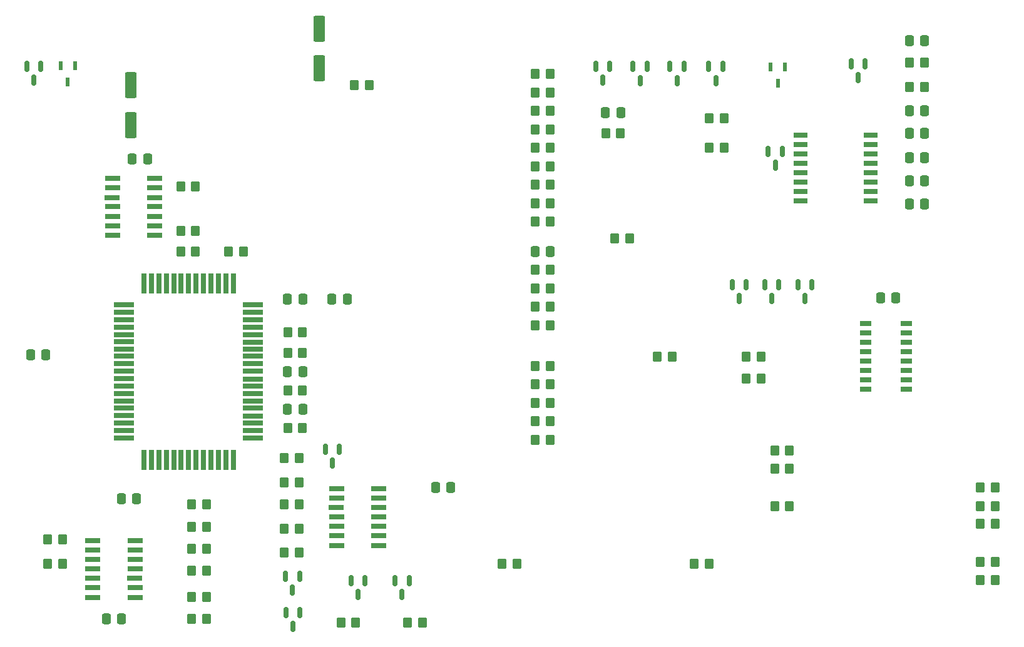
<source format=gbr>
%TF.GenerationSoftware,KiCad,Pcbnew,(6.0.2)*%
%TF.CreationDate,2022-06-17T14:25:20-05:00*%
%TF.ProjectId,Snap_Station,536e6170-5f53-4746-9174-696f6e2e6b69,rev?*%
%TF.SameCoordinates,Original*%
%TF.FileFunction,Paste,Top*%
%TF.FilePolarity,Positive*%
%FSLAX46Y46*%
G04 Gerber Fmt 4.6, Leading zero omitted, Abs format (unit mm)*
G04 Created by KiCad (PCBNEW (6.0.2)) date 2022-06-17 14:25:20*
%MOMM*%
%LPD*%
G01*
G04 APERTURE LIST*
G04 Aperture macros list*
%AMRoundRect*
0 Rectangle with rounded corners*
0 $1 Rounding radius*
0 $2 $3 $4 $5 $6 $7 $8 $9 X,Y pos of 4 corners*
0 Add a 4 corners polygon primitive as box body*
4,1,4,$2,$3,$4,$5,$6,$7,$8,$9,$2,$3,0*
0 Add four circle primitives for the rounded corners*
1,1,$1+$1,$2,$3*
1,1,$1+$1,$4,$5*
1,1,$1+$1,$6,$7*
1,1,$1+$1,$8,$9*
0 Add four rect primitives between the rounded corners*
20,1,$1+$1,$2,$3,$4,$5,0*
20,1,$1+$1,$4,$5,$6,$7,0*
20,1,$1+$1,$6,$7,$8,$9,0*
20,1,$1+$1,$8,$9,$2,$3,0*%
G04 Aperture macros list end*
%ADD10RoundRect,0.250000X-0.337500X-0.475000X0.337500X-0.475000X0.337500X0.475000X-0.337500X0.475000X0*%
%ADD11RoundRect,0.250000X-0.350000X-0.450000X0.350000X-0.450000X0.350000X0.450000X-0.350000X0.450000X0*%
%ADD12R,2.740000X0.680000*%
%ADD13R,0.680000X2.740000*%
%ADD14RoundRect,0.250000X0.350000X0.450000X-0.350000X0.450000X-0.350000X-0.450000X0.350000X-0.450000X0*%
%ADD15R,1.925000X0.650000*%
%ADD16RoundRect,0.250000X0.550000X-1.500000X0.550000X1.500000X-0.550000X1.500000X-0.550000X-1.500000X0*%
%ADD17RoundRect,0.150000X-0.150000X0.587500X-0.150000X-0.587500X0.150000X-0.587500X0.150000X0.587500X0*%
%ADD18R,1.550000X0.700000*%
%ADD19R,2.000000X0.700000*%
%ADD20R,0.600000X1.200000*%
G04 APERTURE END LIST*
D10*
%TO.C,C8*%
X98203500Y-123700000D03*
X100278500Y-123700000D03*
%TD*%
D11*
%TO.C,R25*%
X154230000Y-78694000D03*
X156230000Y-78694000D03*
%TD*%
%TO.C,R23*%
X120236000Y-127736000D03*
X122236000Y-127736000D03*
%TD*%
%TO.C,R30*%
X112734000Y-90195000D03*
X114734000Y-90195000D03*
%TD*%
%TO.C,R29*%
X106234000Y-87395000D03*
X108234000Y-87395000D03*
%TD*%
%TO.C,R26*%
X154231000Y-76196000D03*
X156231000Y-76196000D03*
%TD*%
%TO.C,R59*%
X204827000Y-67946000D03*
X206827000Y-67946000D03*
%TD*%
%TO.C,R57*%
X120235000Y-121439000D03*
X122235000Y-121439000D03*
%TD*%
%TO.C,R67*%
X107733000Y-130444000D03*
X109733000Y-130444000D03*
%TD*%
%TO.C,R55*%
X177732000Y-76194000D03*
X179732000Y-76194000D03*
%TD*%
D12*
%TO.C,U5*%
X98538000Y-97443000D03*
X98535000Y-98435000D03*
X98535000Y-99427000D03*
X98535000Y-100458000D03*
X98534000Y-101454000D03*
X98534000Y-102446000D03*
X98534000Y-103394000D03*
X98533000Y-104387000D03*
X98536000Y-105379000D03*
X98533000Y-106409000D03*
X98530000Y-107444000D03*
X98534000Y-108435000D03*
X98535000Y-109428000D03*
X98534000Y-110420000D03*
X98535000Y-111412000D03*
X98533000Y-112446000D03*
X98534000Y-113435000D03*
X98534000Y-114428000D03*
X98535000Y-115458000D03*
D13*
X101273000Y-118391000D03*
X102263000Y-118391000D03*
X103296000Y-118389000D03*
X104289000Y-118389000D03*
X105320000Y-118389000D03*
X106314000Y-118392000D03*
X107307000Y-118388000D03*
X108337000Y-118392000D03*
X109328000Y-118390000D03*
X110320000Y-118389000D03*
X111311000Y-118392000D03*
X112346000Y-118389000D03*
X113374000Y-118391000D03*
D12*
X115996000Y-115482000D03*
X115996000Y-114448000D03*
X115996000Y-113456000D03*
X115996000Y-112462000D03*
X115995000Y-111432000D03*
X115996000Y-110439000D03*
X115993000Y-109449000D03*
X115995000Y-108456000D03*
X115997000Y-107464000D03*
X115995000Y-106431000D03*
X115995000Y-105402000D03*
X115995000Y-104407000D03*
X115997000Y-103414000D03*
X115996000Y-102461000D03*
X115998000Y-101474000D03*
X116000000Y-100477000D03*
X116000000Y-99447000D03*
X116000000Y-98453000D03*
X115995000Y-97461000D03*
D13*
X113379000Y-94526000D03*
X112342000Y-94522000D03*
X111315000Y-94527000D03*
X110317000Y-94522000D03*
X109327000Y-94522000D03*
X108334000Y-94523000D03*
X107304000Y-94526000D03*
X106310000Y-94523000D03*
X105320000Y-94526000D03*
X104290000Y-94523000D03*
X103294000Y-94523000D03*
X102265000Y-94522000D03*
X101271000Y-94522000D03*
%TD*%
D10*
%TO.C,C10*%
X140698500Y-122138000D03*
X142773500Y-122138000D03*
%TD*%
D14*
%TO.C,R74*%
X156225000Y-86198000D03*
X154225000Y-86198000D03*
%TD*%
D15*
%TO.C,U11*%
X190129000Y-74498000D03*
X190129000Y-75768000D03*
X190129000Y-77038000D03*
X190129000Y-78308000D03*
X190129000Y-79578000D03*
X190129000Y-80848000D03*
X190129000Y-82118000D03*
X190129000Y-83388000D03*
X199553000Y-83388000D03*
X199553000Y-82118000D03*
X199553000Y-80848000D03*
X199553000Y-79578000D03*
X199553000Y-78308000D03*
X199553000Y-77038000D03*
X199553000Y-75768000D03*
X199553000Y-74498000D03*
%TD*%
D16*
%TO.C,C14*%
X124984000Y-65447000D03*
X124984000Y-60047000D03*
%TD*%
D10*
%TO.C,C23*%
X96195500Y-139943000D03*
X98270500Y-139943000D03*
%TD*%
D11*
%TO.C,R70*%
X88236000Y-132439000D03*
X90236000Y-132439000D03*
%TD*%
D17*
%TO.C,D9*%
X169333000Y-65199000D03*
X167433000Y-65199000D03*
X168383000Y-67074000D03*
%TD*%
D11*
%TO.C,R45*%
X154231000Y-71195000D03*
X156231000Y-71195000D03*
%TD*%
D10*
%TO.C,C3*%
X120699500Y-106441000D03*
X122774500Y-106441000D03*
%TD*%
D11*
%TO.C,R14*%
X163733000Y-74195000D03*
X165733000Y-74195000D03*
%TD*%
%TO.C,R77*%
X129730000Y-67695000D03*
X131730000Y-67695000D03*
%TD*%
%TO.C,R42*%
X154233000Y-66192000D03*
X156233000Y-66192000D03*
%TD*%
D17*
%TO.C,D20*%
X179578000Y-65201000D03*
X177678000Y-65201000D03*
X178628000Y-67076000D03*
%TD*%
D10*
%TO.C,C24*%
X163703500Y-71439000D03*
X165778500Y-71439000D03*
%TD*%
D11*
%TO.C,R41*%
X107735000Y-127444000D03*
X109735000Y-127444000D03*
%TD*%
%TO.C,R64*%
X136933000Y-140443000D03*
X138933000Y-140443000D03*
%TD*%
%TO.C,R60*%
X154232000Y-81197000D03*
X156232000Y-81197000D03*
%TD*%
%TO.C,R43*%
X154233000Y-73698000D03*
X156233000Y-73698000D03*
%TD*%
%TO.C,R12*%
X186582000Y-119593000D03*
X188582000Y-119593000D03*
%TD*%
D17*
%TO.C,D7*%
X131167000Y-134788000D03*
X129267000Y-134788000D03*
X130217000Y-136663000D03*
%TD*%
D11*
%TO.C,R18*%
X175730000Y-132444000D03*
X177730000Y-132444000D03*
%TD*%
D17*
%TO.C,D13*%
X187129000Y-94700000D03*
X185229000Y-94700000D03*
X186179000Y-96575000D03*
%TD*%
D11*
%TO.C,R34*%
X120736000Y-114103000D03*
X122736000Y-114103000D03*
%TD*%
D10*
%TO.C,C9*%
X120679500Y-111542000D03*
X122754500Y-111542000D03*
%TD*%
%TO.C,C18*%
X204783500Y-77494000D03*
X206858500Y-77494000D03*
%TD*%
D11*
%TO.C,R56*%
X120235000Y-124434000D03*
X122235000Y-124434000D03*
%TD*%
%TO.C,R24*%
X120233000Y-130935000D03*
X122233000Y-130935000D03*
%TD*%
D17*
%TO.C,D22*%
X122384000Y-139038000D03*
X120484000Y-139038000D03*
X121434000Y-140913000D03*
%TD*%
D10*
%TO.C,C21*%
X204789500Y-80698000D03*
X206864500Y-80698000D03*
%TD*%
D17*
%TO.C,D16*%
X122334000Y-134191000D03*
X120434000Y-134191000D03*
X121384000Y-136066000D03*
%TD*%
D11*
%TO.C,R63*%
X107734000Y-139944000D03*
X109734000Y-139944000D03*
%TD*%
%TO.C,R68*%
X107733000Y-133444000D03*
X109733000Y-133444000D03*
%TD*%
%TO.C,R33*%
X154230000Y-115695000D03*
X156230000Y-115695000D03*
%TD*%
D10*
%TO.C,C1*%
X200891500Y-96500000D03*
X202966500Y-96500000D03*
%TD*%
%TO.C,C19*%
X204795500Y-74195000D03*
X206870500Y-74195000D03*
%TD*%
D11*
%TO.C,R72*%
X120238000Y-118190000D03*
X122238000Y-118190000D03*
%TD*%
D18*
%TO.C,U1*%
X198922000Y-99941000D03*
X198922000Y-101211000D03*
X198922000Y-102481000D03*
X198922000Y-103751000D03*
X198922000Y-105021000D03*
X198922000Y-106291000D03*
X198922000Y-107561000D03*
X198922000Y-108831000D03*
X204372000Y-108831000D03*
X204372000Y-107561000D03*
X204372000Y-106291000D03*
X204372000Y-105021000D03*
X204372000Y-103751000D03*
X204372000Y-102481000D03*
X204372000Y-101211000D03*
X204372000Y-99941000D03*
%TD*%
D11*
%TO.C,R36*%
X154233000Y-95196000D03*
X156233000Y-95196000D03*
%TD*%
%TO.C,R50*%
X154231000Y-105696000D03*
X156231000Y-105696000D03*
%TD*%
%TO.C,R47*%
X182731000Y-107439000D03*
X184731000Y-107439000D03*
%TD*%
%TO.C,R71*%
X88242000Y-129136000D03*
X90242000Y-129136000D03*
%TD*%
%TO.C,R62*%
X170727000Y-104440000D03*
X172727000Y-104440000D03*
%TD*%
%TO.C,R73*%
X107734000Y-124443000D03*
X109734000Y-124443000D03*
%TD*%
%TO.C,R48*%
X154233000Y-113195000D03*
X156233000Y-113195000D03*
%TD*%
D10*
%TO.C,C25*%
X204790500Y-61700000D03*
X206865500Y-61700000D03*
%TD*%
D11*
%TO.C,R2*%
X186583000Y-117143000D03*
X188583000Y-117143000D03*
%TD*%
%TO.C,R44*%
X154231000Y-68695000D03*
X156231000Y-68695000D03*
%TD*%
D10*
%TO.C,C20*%
X204795500Y-83797000D03*
X206870500Y-83797000D03*
%TD*%
D17*
%TO.C,D19*%
X174329000Y-65198000D03*
X172429000Y-65198000D03*
X173379000Y-67073000D03*
%TD*%
D11*
%TO.C,R19*%
X214430000Y-124644000D03*
X216430000Y-124644000D03*
%TD*%
%TO.C,R40*%
X120733000Y-101136000D03*
X122733000Y-101136000D03*
%TD*%
%TO.C,R4*%
X214432000Y-122144000D03*
X216432000Y-122144000D03*
%TD*%
D10*
%TO.C,C7*%
X99696500Y-77701000D03*
X101771500Y-77701000D03*
%TD*%
D11*
%TO.C,R37*%
X154232000Y-97696000D03*
X156232000Y-97696000D03*
%TD*%
D10*
%TO.C,C6*%
X120702500Y-96699000D03*
X122777500Y-96699000D03*
%TD*%
D11*
%TO.C,R8*%
X214432000Y-132194000D03*
X216432000Y-132194000D03*
%TD*%
%TO.C,R69*%
X107736000Y-136936000D03*
X109736000Y-136936000D03*
%TD*%
D19*
%TO.C,U13*%
X97005000Y-80348000D03*
X97006000Y-81615000D03*
X97000000Y-82929000D03*
X97007000Y-84155000D03*
X97007000Y-85466000D03*
X97006000Y-86738000D03*
X97008000Y-88048000D03*
X102721000Y-88050000D03*
X102721000Y-86739000D03*
X102719000Y-85469000D03*
X102723000Y-84157000D03*
X102722000Y-82931000D03*
X102721000Y-81623000D03*
X102721000Y-80351000D03*
%TD*%
D11*
%TO.C,R46*%
X154228000Y-110694000D03*
X156228000Y-110694000D03*
%TD*%
%TO.C,R10*%
X186580000Y-124691000D03*
X188580000Y-124691000D03*
%TD*%
%TO.C,R76*%
X177732000Y-72194000D03*
X179732000Y-72194000D03*
%TD*%
D19*
%TO.C,U7*%
X127313000Y-122294000D03*
X127314000Y-123561000D03*
X127308000Y-124875000D03*
X127315000Y-126101000D03*
X127315000Y-127412000D03*
X127314000Y-128684000D03*
X127316000Y-129994000D03*
X133029000Y-129996000D03*
X133029000Y-128685000D03*
X133027000Y-127415000D03*
X133031000Y-126103000D03*
X133030000Y-124877000D03*
X133029000Y-123569000D03*
X133029000Y-122297000D03*
%TD*%
D10*
%TO.C,C5*%
X126698500Y-96694000D03*
X128773500Y-96694000D03*
%TD*%
D17*
%TO.C,D8*%
X198833000Y-64845000D03*
X196933000Y-64845000D03*
X197883000Y-66720000D03*
%TD*%
D11*
%TO.C,R6*%
X214432000Y-127043000D03*
X216432000Y-127043000D03*
%TD*%
%TO.C,R38*%
X154228000Y-100197000D03*
X156228000Y-100197000D03*
%TD*%
D17*
%TO.C,D10*%
X127700000Y-116993000D03*
X125800000Y-116993000D03*
X126750000Y-118868000D03*
%TD*%
D11*
%TO.C,R35*%
X154230000Y-108194000D03*
X156230000Y-108194000D03*
%TD*%
%TO.C,R39*%
X120733000Y-103908000D03*
X122733000Y-103908000D03*
%TD*%
D20*
%TO.C,Q1*%
X187961000Y-65212000D03*
X186061000Y-65212000D03*
X187011000Y-67412000D03*
%TD*%
D11*
%TO.C,R21*%
X214432000Y-134644000D03*
X216432000Y-134644000D03*
%TD*%
D20*
%TO.C,Q2*%
X91935000Y-65073000D03*
X90035000Y-65073000D03*
X90985000Y-67273000D03*
%TD*%
D11*
%TO.C,R66*%
X106235000Y-81445000D03*
X108235000Y-81445000D03*
%TD*%
D17*
%TO.C,D21*%
X187631000Y-76696000D03*
X185731000Y-76696000D03*
X186681000Y-78571000D03*
%TD*%
%TO.C,D12*%
X191625000Y-94696000D03*
X189725000Y-94696000D03*
X190675000Y-96571000D03*
%TD*%
D11*
%TO.C,R54*%
X164981000Y-88439000D03*
X166981000Y-88439000D03*
%TD*%
D17*
%TO.C,D11*%
X164279000Y-65194000D03*
X162379000Y-65194000D03*
X163329000Y-67069000D03*
%TD*%
D11*
%TO.C,R28*%
X120736000Y-108980000D03*
X122736000Y-108980000D03*
%TD*%
%TO.C,R75*%
X204827000Y-64698000D03*
X206827000Y-64698000D03*
%TD*%
%TO.C,R58*%
X154228000Y-83699000D03*
X156228000Y-83699000D03*
%TD*%
D16*
%TO.C,C11*%
X99483000Y-73116000D03*
X99483000Y-67716000D03*
%TD*%
D19*
%TO.C,U6*%
X94335000Y-129316000D03*
X94336000Y-130583000D03*
X94330000Y-131897000D03*
X94337000Y-133123000D03*
X94337000Y-134434000D03*
X94336000Y-135706000D03*
X94338000Y-137016000D03*
X100051000Y-137018000D03*
X100051000Y-135707000D03*
X100049000Y-134437000D03*
X100053000Y-133125000D03*
X100052000Y-131899000D03*
X100051000Y-130591000D03*
X100051000Y-129319000D03*
%TD*%
D11*
%TO.C,R49*%
X182729000Y-104441000D03*
X184729000Y-104441000D03*
%TD*%
%TO.C,R32*%
X154233000Y-92698000D03*
X156233000Y-92698000D03*
%TD*%
%TO.C,R31*%
X106233000Y-90195000D03*
X108233000Y-90195000D03*
%TD*%
D17*
%TO.C,D14*%
X182732000Y-94694000D03*
X180832000Y-94694000D03*
X181782000Y-96569000D03*
%TD*%
%TO.C,D1*%
X137138000Y-134789000D03*
X135238000Y-134789000D03*
X136188000Y-136664000D03*
%TD*%
D11*
%TO.C,R65*%
X149733000Y-132443000D03*
X151733000Y-132443000D03*
%TD*%
%TO.C,R1*%
X127936000Y-140436000D03*
X129936000Y-140436000D03*
%TD*%
D10*
%TO.C,C26*%
X154190500Y-90196000D03*
X156265500Y-90196000D03*
%TD*%
%TO.C,C4*%
X85949500Y-104201000D03*
X88024500Y-104201000D03*
%TD*%
%TO.C,C22*%
X204794500Y-71194000D03*
X206869500Y-71194000D03*
%TD*%
D17*
%TO.C,D17*%
X87303000Y-65145000D03*
X85403000Y-65145000D03*
X86353000Y-67020000D03*
%TD*%
M02*

</source>
